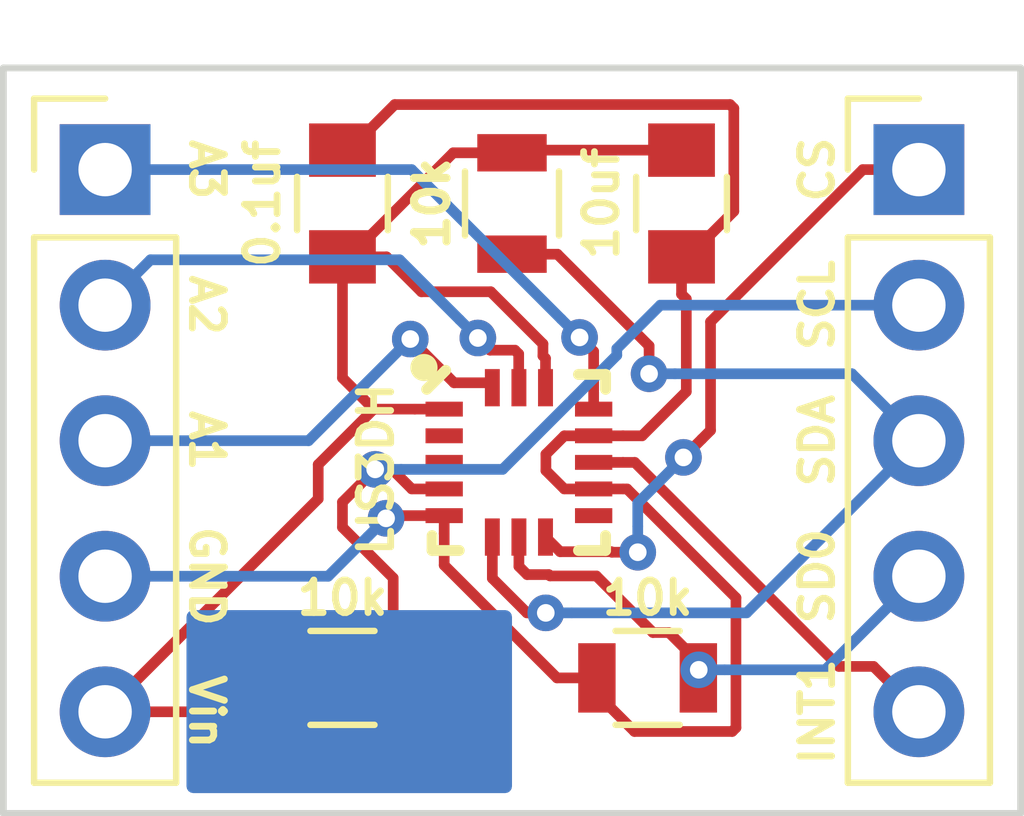
<source format=kicad_pcb>
(kicad_pcb (version 4) (host pcbnew 4.0.6)

  (general
    (links 0)
    (no_connects 23)
    (area 137.731499 104.711499 156.908501 118.808501)
    (thickness 1.6002)
    (drawings 15)
    (tracks 142)
    (zones 0)
    (modules 9)
    (nets 12)
  )

  (page A4)
  (layers
    (0 F.Cu signal)
    (31 B.Cu signal)
    (34 B.Paste user)
    (35 F.Paste user)
    (36 B.SilkS user)
    (37 F.SilkS user)
    (38 B.Mask user)
    (39 F.Mask user)
    (44 Edge.Cuts user)
  )

  (setup
    (last_trace_width 0.2)
    (user_trace_width 0.1524)
    (user_trace_width 0.2)
    (user_trace_width 0.25)
    (user_trace_width 0.3)
    (user_trace_width 0.4)
    (user_trace_width 0.5)
    (user_trace_width 0.6)
    (user_trace_width 0.8)
    (trace_clearance 0.254)
    (zone_clearance 0.1524)
    (zone_45_only no)
    (trace_min 0.1524)
    (segment_width 0.127)
    (edge_width 0.127)
    (via_size 0.6858)
    (via_drill 0.3302)
    (via_min_size 0.6858)
    (via_min_drill 0.3302)
    (uvia_size 0.508)
    (uvia_drill 0.127)
    (uvias_allowed no)
    (uvia_min_size 0.508)
    (uvia_min_drill 0.127)
    (pcb_text_width 0.127)
    (pcb_text_size 0.6 0.6)
    (mod_edge_width 0.127)
    (mod_text_size 0.6 0.6)
    (mod_text_width 0.127)
    (pad_size 1.524 1.524)
    (pad_drill 0.762)
    (pad_to_mask_clearance 0.05)
    (pad_to_paste_clearance -0.04)
    (aux_axis_origin 0 0)
    (visible_elements 7FFFFFFF)
    (pcbplotparams
      (layerselection 0x3ffff_80000001)
      (usegerberextensions true)
      (usegerberattributes true)
      (excludeedgelayer true)
      (linewidth 0.127000)
      (plotframeref false)
      (viasonmask false)
      (mode 1)
      (useauxorigin false)
      (hpglpennumber 1)
      (hpglpenspeed 20)
      (hpglpendiameter 15)
      (hpglpenoverlay 2)
      (psnegative false)
      (psa4output false)
      (plotreference true)
      (plotvalue true)
      (plotinvisibletext false)
      (padsonsilk false)
      (subtractmaskfromsilk false)
      (outputformat 1)
      (mirror false)
      (drillshape 0)
      (scaleselection 1)
      (outputdirectory CAM/))
  )

  (net 0 "")
  (net 1 "Net-(C1-Pad1)")
  (net 2 "Net-(C1-Pad2)")
  (net 3 "Net-(J1-Pad1)")
  (net 4 "Net-(J1-Pad2)")
  (net 5 "Net-(J1-Pad3)")
  (net 6 "Net-(J1-Pad4)")
  (net 7 "Net-(J1-Pad5)")
  (net 8 "Net-(J2-Pad1)")
  (net 9 "Net-(J2-Pad2)")
  (net 10 "Net-(J2-Pad3)")
  (net 11 "Net-(U1-Pad9)")

  (net_class Default "Imperial - this is the standard class"
    (clearance 0.254)
    (trace_width 0.254)
    (via_dia 0.6858)
    (via_drill 0.3302)
    (uvia_dia 0.508)
    (uvia_drill 0.127)
    (add_net "Net-(C1-Pad1)")
    (add_net "Net-(C1-Pad2)")
    (add_net "Net-(J1-Pad1)")
    (add_net "Net-(J1-Pad2)")
    (add_net "Net-(J1-Pad3)")
    (add_net "Net-(J1-Pad4)")
    (add_net "Net-(J1-Pad5)")
    (add_net "Net-(J2-Pad1)")
    (add_net "Net-(J2-Pad2)")
    (add_net "Net-(J2-Pad3)")
    (add_net "Net-(U1-Pad9)")
  )

  (net_class 0.2mm ""
    (clearance 0.2)
    (trace_width 0.2)
    (via_dia 0.6858)
    (via_drill 0.3302)
    (uvia_dia 0.508)
    (uvia_drill 0.127)
  )

  (net_class Minimal ""
    (clearance 0.1524)
    (trace_width 0.1524)
    (via_dia 0.6858)
    (via_drill 0.3302)
    (uvia_dia 0.508)
    (uvia_drill 0.127)
  )

  (module Capacitors_SMD:C_0805 (layer F.Cu) (tedit 5949EA00) (tstamp 5949D08C)
    (at 150.495 107.315 270)
    (descr "Capacitor SMD 0805, reflow soldering, AVX (see smccp.pdf)")
    (tags "capacitor 0805")
    (path /5949C4D7)
    (attr smd)
    (fp_text reference C1 (at 0 1.5 270) (layer B.SilkS) hide
      (effects (font (size 0.6096 0.6096) (thickness 0.127)) (justify mirror))
    )
    (fp_text value 10uf (at 0 1.5 270) (layer F.SilkS)
      (effects (font (size 0.6096 0.6096) (thickness 0.127)))
    )
    (fp_text user %R (at 0 -1.5 270) (layer F.Fab)
      (effects (font (size 1 1) (thickness 0.15)))
    )
    (fp_line (start -1 0.62) (end -1 -0.62) (layer F.Fab) (width 0.1))
    (fp_line (start 1 0.62) (end -1 0.62) (layer F.Fab) (width 0.1))
    (fp_line (start 1 -0.62) (end 1 0.62) (layer F.Fab) (width 0.1))
    (fp_line (start -1 -0.62) (end 1 -0.62) (layer F.Fab) (width 0.1))
    (fp_line (start 0.5 -0.85) (end -0.5 -0.85) (layer F.SilkS) (width 0.12))
    (fp_line (start -0.5 0.85) (end 0.5 0.85) (layer F.SilkS) (width 0.12))
    (fp_line (start -1.75 -0.88) (end 1.75 -0.88) (layer F.CrtYd) (width 0.05))
    (fp_line (start -1.75 -0.88) (end -1.75 0.87) (layer F.CrtYd) (width 0.05))
    (fp_line (start 1.75 0.87) (end 1.75 -0.88) (layer F.CrtYd) (width 0.05))
    (fp_line (start 1.75 0.87) (end -1.75 0.87) (layer F.CrtYd) (width 0.05))
    (pad 1 smd rect (at -1 0 270) (size 1 1.25) (layers F.Cu F.Paste F.Mask)
      (net 1 "Net-(C1-Pad1)"))
    (pad 2 smd rect (at 1 0 270) (size 1 1.25) (layers F.Cu F.Paste F.Mask)
      (net 2 "Net-(C1-Pad2)"))
    (model Capacitors_SMD.3dshapes/C_0805.wrl
      (at (xyz 0 0 0))
      (scale (xyz 1 1 1))
      (rotate (xyz 0 0 0))
    )
  )

  (module Capacitors_SMD:C_0805 (layer F.Cu) (tedit 5949CCE0) (tstamp 5949D09D)
    (at 144.145 107.315 90)
    (descr "Capacitor SMD 0805, reflow soldering, AVX (see smccp.pdf)")
    (tags "capacitor 0805")
    (path /5949C484)
    (attr smd)
    (fp_text reference C2 (at 0 -1.5 90) (layer B.SilkS) hide
      (effects (font (size 0.6096 0.6096) (thickness 0.127)) (justify mirror))
    )
    (fp_text value 0.1uf (at 0 -1.5 90) (layer F.SilkS)
      (effects (font (size 0.6096 0.6096) (thickness 0.127)))
    )
    (fp_text user %R (at 0 -1.5 90) (layer F.Fab)
      (effects (font (size 1 1) (thickness 0.15)))
    )
    (fp_line (start -1 0.62) (end -1 -0.62) (layer F.Fab) (width 0.1))
    (fp_line (start 1 0.62) (end -1 0.62) (layer F.Fab) (width 0.1))
    (fp_line (start 1 -0.62) (end 1 0.62) (layer F.Fab) (width 0.1))
    (fp_line (start -1 -0.62) (end 1 -0.62) (layer F.Fab) (width 0.1))
    (fp_line (start 0.5 -0.85) (end -0.5 -0.85) (layer F.SilkS) (width 0.12))
    (fp_line (start -0.5 0.85) (end 0.5 0.85) (layer F.SilkS) (width 0.12))
    (fp_line (start -1.75 -0.88) (end 1.75 -0.88) (layer F.CrtYd) (width 0.05))
    (fp_line (start -1.75 -0.88) (end -1.75 0.87) (layer F.CrtYd) (width 0.05))
    (fp_line (start 1.75 0.87) (end 1.75 -0.88) (layer F.CrtYd) (width 0.05))
    (fp_line (start 1.75 0.87) (end -1.75 0.87) (layer F.CrtYd) (width 0.05))
    (pad 1 smd rect (at -1 0 90) (size 1 1.25) (layers F.Cu F.Paste F.Mask)
      (net 1 "Net-(C1-Pad1)"))
    (pad 2 smd rect (at 1 0 90) (size 1 1.25) (layers F.Cu F.Paste F.Mask)
      (net 2 "Net-(C1-Pad2)"))
    (model Capacitors_SMD.3dshapes/C_0805.wrl
      (at (xyz 0 0 0))
      (scale (xyz 1 1 1))
      (rotate (xyz 0 0 0))
    )
  )

  (module Pin_Headers:Pin_Header_Straight_1x05_Pitch2.54mm (layer F.Cu) (tedit 5949CFCE) (tstamp 5949D0B5)
    (at 154.94 106.68)
    (descr "Through hole straight pin header, 1x05, 2.54mm pitch, single row")
    (tags "Through hole pin header THT 1x05 2.54mm single row")
    (path /5949C011)
    (fp_text reference J1 (at 0 -2.33) (layer F.SilkS) hide
      (effects (font (size 1 1) (thickness 0.15)))
    )
    (fp_text value IO (at 0 12.49) (layer F.Fab)
      (effects (font (size 1 1) (thickness 0.15)))
    )
    (fp_line (start -1.27 -1.27) (end -1.27 11.43) (layer F.Fab) (width 0.1))
    (fp_line (start -1.27 11.43) (end 1.27 11.43) (layer F.Fab) (width 0.1))
    (fp_line (start 1.27 11.43) (end 1.27 -1.27) (layer F.Fab) (width 0.1))
    (fp_line (start 1.27 -1.27) (end -1.27 -1.27) (layer F.Fab) (width 0.1))
    (fp_line (start -1.33 1.27) (end -1.33 11.49) (layer F.SilkS) (width 0.12))
    (fp_line (start -1.33 11.49) (end 1.33 11.49) (layer F.SilkS) (width 0.12))
    (fp_line (start 1.33 11.49) (end 1.33 1.27) (layer F.SilkS) (width 0.12))
    (fp_line (start 1.33 1.27) (end -1.33 1.27) (layer F.SilkS) (width 0.12))
    (fp_line (start -1.33 0) (end -1.33 -1.33) (layer F.SilkS) (width 0.12))
    (fp_line (start -1.33 -1.33) (end 0 -1.33) (layer F.SilkS) (width 0.12))
    (fp_line (start -1.8 -1.8) (end -1.8 11.95) (layer F.CrtYd) (width 0.05))
    (fp_line (start -1.8 11.95) (end 1.8 11.95) (layer F.CrtYd) (width 0.05))
    (fp_line (start 1.8 11.95) (end 1.8 -1.8) (layer F.CrtYd) (width 0.05))
    (fp_line (start 1.8 -1.8) (end -1.8 -1.8) (layer F.CrtYd) (width 0.05))
    (fp_text user %R (at 0 -2.33) (layer F.Fab)
      (effects (font (size 1 1) (thickness 0.15)))
    )
    (pad 1 thru_hole rect (at 0 0) (size 1.7 1.7) (drill 1) (layers *.Cu *.Mask)
      (net 3 "Net-(J1-Pad1)"))
    (pad 2 thru_hole oval (at 0 2.54) (size 1.7 1.7) (drill 1) (layers *.Cu *.Mask)
      (net 4 "Net-(J1-Pad2)"))
    (pad 3 thru_hole oval (at 0 5.08) (size 1.7 1.7) (drill 1) (layers *.Cu *.Mask)
      (net 5 "Net-(J1-Pad3)"))
    (pad 4 thru_hole oval (at 0 7.62) (size 1.7 1.7) (drill 1) (layers *.Cu *.Mask)
      (net 6 "Net-(J1-Pad4)"))
    (pad 5 thru_hole oval (at 0 10.16) (size 1.7 1.7) (drill 1) (layers *.Cu *.Mask)
      (net 7 "Net-(J1-Pad5)"))
    (model ${KISYS3DMOD}/Pin_Headers.3dshapes/Pin_Header_Straight_1x05_Pitch2.54mm.wrl
      (at (xyz 0 -0.2 0))
      (scale (xyz 1 1 1))
      (rotate (xyz 0 0 90))
    )
  )

  (module Pin_Headers:Pin_Header_Straight_1x05_Pitch2.54mm (layer F.Cu) (tedit 5949CFC5) (tstamp 5949D0CD)
    (at 139.7 106.68)
    (descr "Through hole straight pin header, 1x05, 2.54mm pitch, single row")
    (tags "Through hole pin header THT 1x05 2.54mm single row")
    (path /5949BF98)
    (fp_text reference J2 (at 0 -2.33) (layer F.SilkS) hide
      (effects (font (size 1 1) (thickness 0.15)))
    )
    (fp_text value ADC (at 0 12.49) (layer F.Fab)
      (effects (font (size 1 1) (thickness 0.15)))
    )
    (fp_line (start -1.27 -1.27) (end -1.27 11.43) (layer F.Fab) (width 0.1))
    (fp_line (start -1.27 11.43) (end 1.27 11.43) (layer F.Fab) (width 0.1))
    (fp_line (start 1.27 11.43) (end 1.27 -1.27) (layer F.Fab) (width 0.1))
    (fp_line (start 1.27 -1.27) (end -1.27 -1.27) (layer F.Fab) (width 0.1))
    (fp_line (start -1.33 1.27) (end -1.33 11.49) (layer F.SilkS) (width 0.12))
    (fp_line (start -1.33 11.49) (end 1.33 11.49) (layer F.SilkS) (width 0.12))
    (fp_line (start 1.33 11.49) (end 1.33 1.27) (layer F.SilkS) (width 0.12))
    (fp_line (start 1.33 1.27) (end -1.33 1.27) (layer F.SilkS) (width 0.12))
    (fp_line (start -1.33 0) (end -1.33 -1.33) (layer F.SilkS) (width 0.12))
    (fp_line (start -1.33 -1.33) (end 0 -1.33) (layer F.SilkS) (width 0.12))
    (fp_line (start -1.8 -1.8) (end -1.8 11.95) (layer F.CrtYd) (width 0.05))
    (fp_line (start -1.8 11.95) (end 1.8 11.95) (layer F.CrtYd) (width 0.05))
    (fp_line (start 1.8 11.95) (end 1.8 -1.8) (layer F.CrtYd) (width 0.05))
    (fp_line (start 1.8 -1.8) (end -1.8 -1.8) (layer F.CrtYd) (width 0.05))
    (fp_text user %R (at 0 -2.33) (layer F.Fab)
      (effects (font (size 1 1) (thickness 0.15)))
    )
    (pad 1 thru_hole rect (at 0 0) (size 1.7 1.7) (drill 1) (layers *.Cu *.Mask)
      (net 8 "Net-(J2-Pad1)"))
    (pad 2 thru_hole oval (at 0 2.54) (size 1.7 1.7) (drill 1) (layers *.Cu *.Mask)
      (net 9 "Net-(J2-Pad2)"))
    (pad 3 thru_hole oval (at 0 5.08) (size 1.7 1.7) (drill 1) (layers *.Cu *.Mask)
      (net 10 "Net-(J2-Pad3)"))
    (pad 4 thru_hole oval (at 0 7.62) (size 1.7 1.7) (drill 1) (layers *.Cu *.Mask)
      (net 2 "Net-(C1-Pad2)"))
    (pad 5 thru_hole oval (at 0 10.16) (size 1.7 1.7) (drill 1) (layers *.Cu *.Mask)
      (net 1 "Net-(C1-Pad1)"))
    (model ${KISYS3DMOD}/Pin_Headers.3dshapes/Pin_Header_Straight_1x05_Pitch2.54mm.wrl
      (at (xyz 0 -0.2 0))
      (scale (xyz 1 1 1))
      (rotate (xyz 0 0 90))
    )
  )

  (module Resistors_SMD:R_0805 (layer F.Cu) (tedit 5949E5C8) (tstamp 5949D0DE)
    (at 147.32 107.315 90)
    (descr "Resistor SMD 0805, reflow soldering, Vishay (see dcrcw.pdf)")
    (tags "resistor 0805")
    (path /5949C2B2)
    (attr smd)
    (fp_text reference R1 (at -2.54 0 90) (layer B.SilkS) hide
      (effects (font (size 0.6096 0.6096) (thickness 0.127)) (justify mirror))
    )
    (fp_text value 10k (at 0 -1.5 90) (layer F.SilkS)
      (effects (font (size 0.6096 0.6096) (thickness 0.15)))
    )
    (fp_text user %R (at 0 0 90) (layer F.Fab)
      (effects (font (size 0.5 0.5) (thickness 0.075)))
    )
    (fp_line (start -1 0.62) (end -1 -0.62) (layer F.Fab) (width 0.1))
    (fp_line (start 1 0.62) (end -1 0.62) (layer F.Fab) (width 0.1))
    (fp_line (start 1 -0.62) (end 1 0.62) (layer F.Fab) (width 0.1))
    (fp_line (start -1 -0.62) (end 1 -0.62) (layer F.Fab) (width 0.1))
    (fp_line (start 0.6 0.88) (end -0.6 0.88) (layer F.SilkS) (width 0.12))
    (fp_line (start -0.6 -0.88) (end 0.6 -0.88) (layer F.SilkS) (width 0.12))
    (fp_line (start -1.55 -0.9) (end 1.55 -0.9) (layer F.CrtYd) (width 0.05))
    (fp_line (start -1.55 -0.9) (end -1.55 0.9) (layer F.CrtYd) (width 0.05))
    (fp_line (start 1.55 0.9) (end 1.55 -0.9) (layer F.CrtYd) (width 0.05))
    (fp_line (start 1.55 0.9) (end -1.55 0.9) (layer F.CrtYd) (width 0.05))
    (pad 1 smd rect (at -0.95 0 90) (size 0.7 1.3) (layers F.Cu F.Paste F.Mask)
      (net 5 "Net-(J1-Pad3)"))
    (pad 2 smd rect (at 0.95 0 90) (size 0.7 1.3) (layers F.Cu F.Paste F.Mask)
      (net 1 "Net-(C1-Pad1)"))
    (model ${KISYS3DMOD}/Resistors_SMD.3dshapes/R_0805.wrl
      (at (xyz 0 0 0))
      (scale (xyz 1 1 1))
      (rotate (xyz 0 0 0))
    )
  )

  (module Resistors_SMD:R_0805 (layer F.Cu) (tedit 5949CBFD) (tstamp 5949D0EF)
    (at 144.145 116.205 180)
    (descr "Resistor SMD 0805, reflow soldering, Vishay (see dcrcw.pdf)")
    (tags "resistor 0805")
    (path /5949C2ED)
    (attr smd)
    (fp_text reference R2 (at 0 -1.27 180) (layer F.SilkS) hide
      (effects (font (size 0.6096 0.6096) (thickness 0.127)))
    )
    (fp_text value 10k (at 0 1.5 180) (layer F.SilkS)
      (effects (font (size 0.6096 0.6096) (thickness 0.127)))
    )
    (fp_text user %R (at 0 0 180) (layer F.Fab)
      (effects (font (size 0.5 0.5) (thickness 0.075)))
    )
    (fp_line (start -1 0.62) (end -1 -0.62) (layer F.Fab) (width 0.1))
    (fp_line (start 1 0.62) (end -1 0.62) (layer F.Fab) (width 0.1))
    (fp_line (start 1 -0.62) (end 1 0.62) (layer F.Fab) (width 0.1))
    (fp_line (start -1 -0.62) (end 1 -0.62) (layer F.Fab) (width 0.1))
    (fp_line (start 0.6 0.88) (end -0.6 0.88) (layer F.SilkS) (width 0.12))
    (fp_line (start -0.6 -0.88) (end 0.6 -0.88) (layer F.SilkS) (width 0.12))
    (fp_line (start -1.55 -0.9) (end 1.55 -0.9) (layer F.CrtYd) (width 0.05))
    (fp_line (start -1.55 -0.9) (end -1.55 0.9) (layer F.CrtYd) (width 0.05))
    (fp_line (start 1.55 0.9) (end 1.55 -0.9) (layer F.CrtYd) (width 0.05))
    (fp_line (start 1.55 0.9) (end -1.55 0.9) (layer F.CrtYd) (width 0.05))
    (pad 1 smd rect (at -0.95 0 180) (size 0.7 1.3) (layers F.Cu F.Paste F.Mask)
      (net 4 "Net-(J1-Pad2)"))
    (pad 2 smd rect (at 0.95 0 180) (size 0.7 1.3) (layers F.Cu F.Paste F.Mask)
      (net 1 "Net-(C1-Pad1)"))
    (model ${KISYS3DMOD}/Resistors_SMD.3dshapes/R_0805.wrl
      (at (xyz 0 0 0))
      (scale (xyz 1 1 1))
      (rotate (xyz 0 0 0))
    )
  )

  (module Resistors_SMD:R_0805 (layer F.Cu) (tedit 5949E5E4) (tstamp 5949D100)
    (at 149.86 116.205 180)
    (descr "Resistor SMD 0805, reflow soldering, Vishay (see dcrcw.pdf)")
    (tags "resistor 0805")
    (path /5949C3A0)
    (attr smd)
    (fp_text reference R3 (at 0 -1.5 180) (layer B.SilkS) hide
      (effects (font (size 0.6096 0.6096) (thickness 0.127)) (justify mirror))
    )
    (fp_text value 10k (at 0 1.5 180) (layer F.SilkS)
      (effects (font (size 0.6096 0.6096) (thickness 0.127)))
    )
    (fp_text user %R (at 0 0 180) (layer F.Fab)
      (effects (font (size 0.5 0.5) (thickness 0.075)))
    )
    (fp_line (start -1 0.62) (end -1 -0.62) (layer F.Fab) (width 0.1))
    (fp_line (start 1 0.62) (end -1 0.62) (layer F.Fab) (width 0.1))
    (fp_line (start 1 -0.62) (end 1 0.62) (layer F.Fab) (width 0.1))
    (fp_line (start -1 -0.62) (end 1 -0.62) (layer F.Fab) (width 0.1))
    (fp_line (start 0.6 0.88) (end -0.6 0.88) (layer F.SilkS) (width 0.12))
    (fp_line (start -0.6 -0.88) (end 0.6 -0.88) (layer F.SilkS) (width 0.12))
    (fp_line (start -1.55 -0.9) (end 1.55 -0.9) (layer F.CrtYd) (width 0.05))
    (fp_line (start -1.55 -0.9) (end -1.55 0.9) (layer F.CrtYd) (width 0.05))
    (fp_line (start 1.55 0.9) (end 1.55 -0.9) (layer F.CrtYd) (width 0.05))
    (fp_line (start 1.55 0.9) (end -1.55 0.9) (layer F.CrtYd) (width 0.05))
    (pad 1 smd rect (at -0.95 0 180) (size 0.7 1.3) (layers F.Cu F.Paste F.Mask)
      (net 6 "Net-(J1-Pad4)"))
    (pad 2 smd rect (at 0.95 0 180) (size 0.7 1.3) (layers F.Cu F.Paste F.Mask)
      (net 2 "Net-(C1-Pad2)"))
    (model ${KISYS3DMOD}/Resistors_SMD.3dshapes/R_0805.wrl
      (at (xyz 0 0 0))
      (scale (xyz 1 1 1))
      (rotate (xyz 0 0 0))
    )
  )

  (module nixiemisc:nixiemisc-LGA-16-3X3 (layer F.Cu) (tedit 5949E5FB) (tstamp 5949D120)
    (at 147.44954 112.1664)
    (descr "16-PIN LAND GRID ARRAY (LGA) (3 X 3 MM)")
    (tags "16-PIN LAND GRID ARRAY (LGA) (3 X 3 MM)")
    (path /5949BE96)
    (attr smd)
    (fp_text reference U1 (at 1.524 -2.20726) (layer B.SilkS) hide
      (effects (font (size 0.6096 0.6096) (thickness 0.127)) (justify mirror))
    )
    (fp_text value LIS3DH (at -2.67716 0.12954 90) (layer F.SilkS)
      (effects (font (size 0.6096 0.6096) (thickness 0.127)))
    )
    (fp_line (start -1.4986 1.4986) (end -1.4986 -1.4986) (layer Dwgs.User) (width 0.2032))
    (fp_line (start -1.4986 -1.4986) (end 1.4986 -1.4986) (layer Dwgs.User) (width 0.2032))
    (fp_line (start 1.4986 -1.4986) (end 1.4986 1.4986) (layer Dwgs.User) (width 0.2032))
    (fp_line (start 1.4986 1.4986) (end -1.4986 1.4986) (layer Dwgs.User) (width 0.2032))
    (fp_line (start -1.7272 -1.36906) (end -1.3716 -1.72466) (layer F.SilkS) (width 0.2032))
    (fp_line (start 1.11506 -1.64846) (end 1.62306 -1.64846) (layer F.SilkS) (width 0.2032))
    (fp_line (start 1.62306 -1.64846) (end 1.62306 -1.36906) (layer F.SilkS) (width 0.2032))
    (fp_line (start 1.62306 1.3716) (end 1.62306 1.651) (layer F.SilkS) (width 0.2032))
    (fp_line (start 1.11506 1.651) (end 1.62306 1.651) (layer F.SilkS) (width 0.2032))
    (fp_line (start -1.6256 1.651) (end -1.1176 1.651) (layer F.SilkS) (width 0.2032))
    (fp_line (start -1.6256 1.3716) (end -1.6256 1.651) (layer F.SilkS) (width 0.2032))
    (fp_circle (center -1.778 -1.778) (end -1.778 -2.032) (layer F.SilkS) (width 0))
    (pad 1 smd rect (at -1.39954 -0.99822 180) (size 0.6985 0.2794) (layers F.Cu F.Paste F.Mask)
      (net 1 "Net-(C1-Pad1)"))
    (pad 2 smd rect (at -1.39954 -0.49784) (size 0.6985 0.2794) (layers F.Cu F.Paste F.Mask))
    (pad 3 smd rect (at -1.39954 0) (size 0.6985 0.2794) (layers F.Cu F.Paste F.Mask))
    (pad 4 smd rect (at -1.39954 0.49784) (size 0.6985 0.2794) (layers F.Cu F.Paste F.Mask)
      (net 4 "Net-(J1-Pad2)"))
    (pad 5 smd rect (at -1.39954 0.99822 180) (size 0.6985 0.2794) (layers F.Cu F.Paste F.Mask)
      (net 2 "Net-(C1-Pad2)"))
    (pad 6 smd rect (at -0.49784 1.39954 90) (size 0.6985 0.2794) (layers F.Cu F.Paste F.Mask)
      (net 5 "Net-(J1-Pad3)"))
    (pad 7 smd rect (at 0 1.39954 90) (size 0.6985 0.2794) (layers F.Cu F.Paste F.Mask)
      (net 6 "Net-(J1-Pad4)"))
    (pad 8 smd rect (at 0.49784 1.39954 90) (size 0.6985 0.2794) (layers F.Cu F.Paste F.Mask)
      (net 3 "Net-(J1-Pad1)"))
    (pad 9 smd rect (at 1.39954 0.99822 180) (size 0.6985 0.2794) (layers F.Cu F.Paste F.Mask)
      (net 11 "Net-(U1-Pad9)"))
    (pad 10 smd rect (at 1.39954 0.49784 180) (size 0.6985 0.2794) (layers F.Cu F.Paste F.Mask)
      (net 2 "Net-(C1-Pad2)"))
    (pad 11 smd rect (at 1.39954 0 180) (size 0.6985 0.2794) (layers F.Cu F.Paste F.Mask)
      (net 7 "Net-(J1-Pad5)"))
    (pad 12 smd rect (at 1.39954 -0.49784 180) (size 0.6985 0.2794) (layers F.Cu F.Paste F.Mask)
      (net 2 "Net-(C1-Pad2)"))
    (pad 13 smd rect (at 1.39954 -0.99822 180) (size 0.6985 0.2794) (layers F.Cu F.Paste F.Mask)
      (net 8 "Net-(J2-Pad1)"))
    (pad 14 smd rect (at 0.49784 -1.39954 270) (size 0.6985 0.2794) (layers F.Cu F.Paste F.Mask)
      (net 1 "Net-(C1-Pad1)"))
    (pad 15 smd rect (at 0 -1.39954 270) (size 0.6985 0.2794) (layers F.Cu F.Paste F.Mask)
      (net 9 "Net-(J2-Pad2)"))
    (pad 16 smd rect (at -0.49784 -1.39954 270) (size 0.6985 0.2794) (layers F.Cu F.Paste F.Mask)
      (net 10 "Net-(J2-Pad3)"))
  )

  (module logos:mermaid_s (layer B.Cu) (tedit 0) (tstamp 594A1D7F)
    (at 146.05 116.586 180)
    (fp_text reference G*** (at 0 0 180) (layer B.SilkS) hide
      (effects (font (thickness 0.3)) (justify mirror))
    )
    (fp_text value LOGO (at 0.75 0 180) (layer B.SilkS) hide
      (effects (font (thickness 0.3)) (justify mirror))
    )
    (fp_poly (pts (xy -0.017713 1.451658) (xy -0.024346 1.431997) (xy -0.011754 1.355046) (xy 0.03905 1.314091)
      (xy 0.105869 1.288538) (xy 0.126535 1.318565) (xy 0.127 1.332011) (xy 0.104598 1.389296)
      (xy 0.084667 1.397) (xy 0.044638 1.430018) (xy 0.042333 1.445895) (xy 0.067487 1.458974)
      (xy 0.125307 1.419699) (xy 0.227072 1.366399) (xy 0.347557 1.370105) (xy 0.482486 1.377804)
      (xy 0.564872 1.332497) (xy 0.611046 1.238042) (xy 0.615782 1.152348) (xy 0.574393 1.117086)
      (xy 0.531808 1.07544) (xy 0.5194 0.982706) (xy 0.523366 0.906506) (xy 0.568877 0.736147)
      (xy 0.664977 0.613893) (xy 0.798344 0.554855) (xy 0.836083 0.551742) (xy 0.910495 0.537323)
      (xy 0.931333 0.515056) (xy 0.899038 0.481277) (xy 0.814615 0.490039) (xy 0.69676 0.537488)
      (xy 0.625258 0.578178) (xy 0.526273 0.638279) (xy 0.461937 0.673499) (xy 0.451463 0.677333)
      (xy 0.439765 0.638836) (xy 0.424637 0.538138) (xy 0.410045 0.403924) (xy 0.356903 0.117746)
      (xy 0.250444 -0.116037) (xy 0.081391 -0.310442) (xy -0.159533 -0.478488) (xy -0.255351 -0.529851)
      (xy -0.422242 -0.625379) (xy -0.53845 -0.714606) (xy -0.590953 -0.787135) (xy -0.592667 -0.79921)
      (xy -0.557691 -0.834062) (xy -0.470201 -0.883553) (xy -0.433231 -0.900715) (xy -0.285295 -1.000196)
      (xy -0.176884 -1.138658) (xy -0.127972 -1.289282) (xy -0.127 -1.311901) (xy -0.127 -1.404238)
      (xy -0.318048 -1.29746) (xy -0.509095 -1.190681) (xy -0.608614 -1.386501) (xy -0.667831 -1.497888)
      (xy -0.70447 -1.542937) (xy -0.732508 -1.531679) (xy -0.756233 -1.492443) (xy -0.801189 -1.322455)
      (xy -0.779159 -1.11728) (xy -0.691714 -0.891413) (xy -0.690891 -0.889825) (xy -0.624307 -0.771369)
      (xy -0.553868 -0.676296) (xy -0.461612 -0.586553) (xy -0.329574 -0.484086) (xy -0.187075 -0.38348)
      (xy -0.010531 -0.215809) (xy 0.093572 -0.005965) (xy 0.127 0.244106) (xy 0.147626 0.431046)
      (xy 0.211667 0.561885) (xy 0.27146 0.661422) (xy 0.295392 0.747511) (xy 0.287771 0.792184)
      (xy 0.25723 0.774061) (xy 0.214988 0.722112) (xy 0.148981 0.610429) (xy 0.092273 0.47351)
      (xy 0.086864 0.456307) (xy 0.048782 0.360059) (xy 0.012238 0.315305) (xy 0.002523 0.315941)
      (xy -0.004373 0.365518) (xy 0.022844 0.466877) (xy 0.075226 0.598904) (xy 0.143826 0.740481)
      (xy 0.219694 0.870495) (xy 0.263951 0.932856) (xy 0.328187 1.03533) (xy 0.332943 1.090236)
      (xy 0.285688 1.088034) (xy 0.195329 1.020537) (xy 0.100291 0.955919) (xy 0.016321 0.931333)
      (xy -0.077816 0.908623) (xy -0.1156 0.883467) (xy -0.150601 0.864113) (xy -0.151589 0.915217)
      (xy -0.105474 0.981578) (xy -0.038106 0.994833) (xy 0.045887 1.014989) (xy 0.064791 1.060275)
      (xy 0.023333 1.107921) (xy -0.067106 1.134579) (xy -0.196054 1.121789) (xy -0.270849 1.06286)
      (xy -0.279645 0.971473) (xy -0.255235 0.917313) (xy -0.219819 0.855796) (xy -0.23329 0.855642)
      (xy -0.262749 0.878939) (xy -0.32591 0.909439) (xy -0.380567 0.868356) (xy -0.466824 0.813624)
      (xy -0.557726 0.827672) (xy -0.633585 0.898184) (xy -0.671508 1.003913) (xy -0.628232 1.003913)
      (xy -0.615601 0.940942) (xy -0.596019 0.914206) (xy -0.511899 0.852477) (xy -0.433623 0.874539)
      (xy -0.363645 0.979584) (xy -0.358079 0.992503) (xy -0.297796 1.102104) (xy -0.230636 1.177985)
      (xy -0.222656 1.183388) (xy -0.193146 1.210011) (xy -0.228887 1.220398) (xy -0.337319 1.217468)
      (xy -0.467018 1.200058) (xy -0.544359 1.156793) (xy -0.589271 1.094123) (xy -0.628232 1.003913)
      (xy -0.671508 1.003913) (xy -0.674712 1.012845) (xy -0.677333 1.053978) (xy -0.638765 1.192271)
      (xy -0.533765 1.298485) (xy -0.378387 1.359624) (xy -0.287889 1.369209) (xy -0.149659 1.387645)
      (xy -0.059705 1.430579) (xy -0.052813 1.437922) (xy -0.014628 1.479642) (xy -0.017713 1.451658)) (layer B.Mask) (width 0.01))
    (fp_poly (pts (xy 0.211667 1.4605) (xy 0.1905 1.439333) (xy 0.169333 1.4605) (xy 0.1905 1.481667)
      (xy 0.211667 1.4605)) (layer B.Mask) (width 0.01))
    (fp_poly (pts (xy -0.395552 0.990065) (xy -0.402167 0.973667) (xy -0.440208 0.933282) (xy -0.446999 0.931333)
      (xy -0.465181 0.964086) (xy -0.465667 0.973667) (xy -0.433123 1.014373) (xy -0.420835 1.016)
      (xy -0.395552 0.990065)) (layer B.Mask) (width 0.01))
  )

  (gr_text nixies.us (at 143.637 116.459) (layer B.Mask)
    (effects (font (size 0.6 0.6) (thickness 0.127)) (justify mirror))
  )
  (gr_line (start 137.795 104.775) (end 137.795 118.745) (layer Edge.Cuts) (width 0.127))
  (gr_line (start 156.845 104.775) (end 137.795 104.775) (layer Edge.Cuts) (width 0.127))
  (gr_line (start 156.845 118.745) (end 156.845 104.775) (layer Edge.Cuts) (width 0.127))
  (gr_line (start 137.795 118.745) (end 156.845 118.745) (layer Edge.Cuts) (width 0.127))
  (gr_text Vin (at 141.605 116.84 270) (layer F.SilkS)
    (effects (font (size 0.6 0.6) (thickness 0.127)))
  )
  (gr_text GND (at 141.605 114.3 270) (layer F.SilkS)
    (effects (font (size 0.6 0.6) (thickness 0.127)))
  )
  (gr_text A3 (at 141.605 106.68 270) (layer F.SilkS)
    (effects (font (size 0.6 0.6) (thickness 0.127)))
  )
  (gr_text A2 (at 141.605 109.22 270) (layer F.SilkS)
    (effects (font (size 0.6 0.6) (thickness 0.127)))
  )
  (gr_text A1 (at 141.605 111.76 270) (layer F.SilkS)
    (effects (font (size 0.6 0.6) (thickness 0.127)))
  )
  (gr_text INT1 (at 153.035 116.84 90) (layer F.SilkS)
    (effects (font (size 0.6 0.6) (thickness 0.127)))
  )
  (gr_text SD0 (at 153.035 114.3 90) (layer F.SilkS)
    (effects (font (size 0.6 0.6) (thickness 0.127)))
  )
  (gr_text SDA (at 153.035 111.76 90) (layer F.SilkS)
    (effects (font (size 0.6 0.6) (thickness 0.127)))
  )
  (gr_text SCL (at 153.035 109.22 90) (layer F.SilkS)
    (effects (font (size 0.6 0.6) (thickness 0.127)))
  )
  (gr_text CS (at 153.035 106.68 90) (layer F.SilkS)
    (effects (font (size 0.6 0.6) (thickness 0.127)))
  )

  (segment (start 147.94738 110.76686) (end 147.94738 110.21761) (width 0.2) (layer F.Cu) (net 1))
  (segment (start 147.94738 110.21761) (end 147.899412 110.169642) (width 0.2) (layer F.Cu) (net 1))
  (segment (start 147.899412 110.169642) (end 147.899412 109.946352) (width 0.2) (layer F.Cu) (net 1))
  (segment (start 147.899412 109.946352) (end 146.922061 108.969001) (width 0.2) (layer F.Cu) (net 1))
  (segment (start 145.624001 108.969001) (end 144.97 108.315) (width 0.2) (layer F.Cu) (net 1))
  (segment (start 144.97 108.315) (end 144.145 108.315) (width 0.2) (layer F.Cu) (net 1))
  (segment (start 146.922061 108.969001) (end 145.624001 108.969001) (width 0.2) (layer F.Cu) (net 1))
  (segment (start 144.145 108.315) (end 144.145 110.583428) (width 0.2) (layer F.Cu) (net 1))
  (segment (start 144.145 110.583428) (end 144.729752 111.16818) (width 0.2) (layer F.Cu) (net 1))
  (segment (start 145.50075 111.16818) (end 146.05 111.16818) (width 0.2) (layer F.Cu) (net 1))
  (segment (start 144.729752 111.16818) (end 145.50075 111.16818) (width 0.2) (layer F.Cu) (net 1))
  (segment (start 143.690989 112.206943) (end 144.729752 111.16818) (width 0.2) (layer F.Cu) (net 1))
  (segment (start 143.690989 112.849011) (end 143.690989 112.206943) (width 0.2) (layer F.Cu) (net 1))
  (segment (start 139.7 116.84) (end 143.690989 112.849011) (width 0.2) (layer F.Cu) (net 1))
  (segment (start 139.7 116.84) (end 142.56 116.84) (width 0.2) (layer F.Cu) (net 1))
  (segment (start 142.56 116.84) (end 143.195 116.205) (width 0.2) (layer F.Cu) (net 1))
  (segment (start 144.145 108.315) (end 144.27 108.315) (width 0.2) (layer F.Cu) (net 1))
  (segment (start 144.27 108.315) (end 146.22 106.365) (width 0.2) (layer F.Cu) (net 1))
  (segment (start 146.22 106.365) (end 147.32 106.365) (width 0.2) (layer F.Cu) (net 1))
  (segment (start 150.495 106.315) (end 147.37 106.315) (width 0.2) (layer F.Cu) (net 1))
  (segment (start 147.37 106.315) (end 147.32 106.365) (width 0.2) (layer F.Cu) (net 1))
  (segment (start 149.614001 117.209001) (end 151.443201 117.209001) (width 0.2) (layer F.Cu) (net 2))
  (segment (start 148.91 116.505) (end 149.614001 117.209001) (width 0.2) (layer F.Cu) (net 2))
  (segment (start 148.91 116.205) (end 148.91 116.505) (width 0.2) (layer F.Cu) (net 2))
  (segment (start 151.443201 117.209001) (end 151.514001 117.138201) (width 0.2) (layer F.Cu) (net 2))
  (segment (start 151.514001 117.138201) (end 151.514001 114.703389) (width 0.2) (layer F.Cu) (net 2))
  (segment (start 151.514001 114.703389) (end 149.474852 112.66424) (width 0.2) (layer F.Cu) (net 2))
  (segment (start 149.474852 112.66424) (end 149.39833 112.66424) (width 0.2) (layer F.Cu) (net 2))
  (segment (start 149.39833 112.66424) (end 148.84908 112.66424) (width 0.2) (layer F.Cu) (net 2))
  (segment (start 150.495 109.015) (end 150.584226 109.104226) (width 0.2) (layer F.Cu) (net 2))
  (segment (start 149.39833 111.66856) (end 148.84908 111.66856) (width 0.2) (layer F.Cu) (net 2))
  (segment (start 149.755826 111.66856) (end 149.39833 111.66856) (width 0.2) (layer F.Cu) (net 2))
  (segment (start 150.584226 110.84016) (end 149.755826 111.66856) (width 0.2) (layer F.Cu) (net 2))
  (segment (start 150.495 108.315) (end 150.495 109.015) (width 0.2) (layer F.Cu) (net 2))
  (segment (start 150.584226 109.104226) (end 150.584226 110.84016) (width 0.2) (layer F.Cu) (net 2))
  (segment (start 147.955 112.01339) (end 147.955 112.31941) (width 0.2) (layer F.Cu) (net 2))
  (segment (start 147.955 112.31941) (end 148.29983 112.66424) (width 0.2) (layer F.Cu) (net 2))
  (segment (start 148.29983 112.66424) (end 148.84908 112.66424) (width 0.2) (layer F.Cu) (net 2))
  (segment (start 148.84908 111.66856) (end 148.29983 111.66856) (width 0.2) (layer F.Cu) (net 2))
  (segment (start 148.29983 111.66856) (end 147.955 112.01339) (width 0.2) (layer F.Cu) (net 2))
  (segment (start 139.7 114.3) (end 143.876723 114.3) (width 0.2) (layer B.Cu) (net 2))
  (segment (start 145.012103 113.16462) (end 144.962161 113.214562) (width 0.2) (layer F.Cu) (net 2))
  (segment (start 146.05 113.16462) (end 145.012103 113.16462) (width 0.2) (layer F.Cu) (net 2))
  (segment (start 143.876723 114.3) (end 144.619262 113.557461) (width 0.2) (layer B.Cu) (net 2))
  (segment (start 144.619262 113.557461) (end 144.962161 113.214562) (width 0.2) (layer B.Cu) (net 2))
  (via (at 144.962161 113.214562) (size 0.6858) (drill 0.3302) (layers F.Cu B.Cu) (net 2))
  (segment (start 144.145 106.315) (end 144.27 106.315) (width 0.2) (layer F.Cu) (net 2))
  (segment (start 144.27 106.315) (end 145.124001 105.460999) (width 0.2) (layer F.Cu) (net 2))
  (segment (start 145.124001 105.460999) (end 151.403201 105.460999) (width 0.2) (layer F.Cu) (net 2))
  (segment (start 151.403201 105.460999) (end 151.474001 105.531799) (width 0.2) (layer F.Cu) (net 2))
  (segment (start 151.474001 105.531799) (end 151.474001 107.460999) (width 0.2) (layer F.Cu) (net 2))
  (segment (start 151.474001 107.460999) (end 150.62 108.315) (width 0.2) (layer F.Cu) (net 2))
  (segment (start 150.62 108.315) (end 150.495 108.315) (width 0.2) (layer F.Cu) (net 2))
  (segment (start 146.05 113.50432) (end 146.05 113.16462) (width 0.2) (layer F.Cu) (net 2))
  (segment (start 146.05 114.092515) (end 146.05 113.50432) (width 0.2) (layer F.Cu) (net 2))
  (segment (start 148.162485 116.205) (end 146.05 114.092515) (width 0.2) (layer F.Cu) (net 2))
  (segment (start 148.91 116.205) (end 148.162485 116.205) (width 0.2) (layer F.Cu) (net 2))
  (segment (start 148.22173 113.84029) (end 149.180389 113.84029) (width 0.2) (layer F.Cu) (net 3))
  (segment (start 149.675016 113.365051) (end 149.675016 113.849984) (width 0.2) (layer B.Cu) (net 3))
  (segment (start 149.675016 112.929078) (end 149.675016 113.365051) (width 0.2) (layer B.Cu) (net 3))
  (segment (start 150.53077 112.073324) (end 149.675016 112.929078) (width 0.2) (layer B.Cu) (net 3))
  (segment (start 149.190083 113.849984) (end 149.675016 113.849984) (width 0.2) (layer F.Cu) (net 3))
  (segment (start 153.89 106.68) (end 151.038237 109.531763) (width 0.2) (layer F.Cu) (net 3))
  (segment (start 149.180389 113.84029) (end 149.190083 113.849984) (width 0.2) (layer F.Cu) (net 3))
  (segment (start 154.94 106.68) (end 153.89 106.68) (width 0.2) (layer F.Cu) (net 3))
  (segment (start 147.94738 113.56594) (end 148.22173 113.84029) (width 0.2) (layer F.Cu) (net 3))
  (via (at 150.53077 112.073324) (size 0.6858) (drill 0.3302) (layers F.Cu B.Cu) (net 3))
  (via (at 149.675016 113.849984) (size 0.6858) (drill 0.3302) (layers F.Cu B.Cu) (net 3))
  (segment (start 150.873669 111.730425) (end 150.53077 112.073324) (width 0.2) (layer F.Cu) (net 3))
  (segment (start 151.038237 109.531763) (end 151.038237 111.565857) (width 0.2) (layer F.Cu) (net 3))
  (segment (start 151.038237 111.565857) (end 150.873669 111.730425) (width 0.2) (layer F.Cu) (net 3))
  (segment (start 149.282546 110.036038) (end 149.282546 110.15934) (width 0.2) (layer B.Cu) (net 4))
  (segment (start 150.098584 109.22) (end 149.282546 110.036038) (width 0.2) (layer B.Cu) (net 4))
  (segment (start 147.144747 112.297139) (end 145.243182 112.297139) (width 0.2) (layer B.Cu) (net 4))
  (segment (start 154.94 109.22) (end 150.098584 109.22) (width 0.2) (layer B.Cu) (net 4))
  (segment (start 145.243182 112.297139) (end 144.758249 112.297139) (width 0.2) (layer B.Cu) (net 4))
  (segment (start 149.282546 110.15934) (end 147.144747 112.297139) (width 0.2) (layer B.Cu) (net 4))
  (segment (start 144.145 113.382981) (end 144.145 112.910388) (width 0.2) (layer F.Cu) (net 4))
  (segment (start 144.145 112.910388) (end 144.758249 112.297139) (width 0.2) (layer F.Cu) (net 4))
  (segment (start 145.095 116.205) (end 145.095 114.332981) (width 0.2) (layer F.Cu) (net 4))
  (segment (start 145.443255 112.66424) (end 145.076154 112.297139) (width 0.2) (layer F.Cu) (net 4))
  (segment (start 146.05 112.66424) (end 145.443255 112.66424) (width 0.2) (layer F.Cu) (net 4))
  (segment (start 145.076154 112.297139) (end 144.758249 112.297139) (width 0.2) (layer F.Cu) (net 4))
  (via (at 144.758249 112.297139) (size 0.6858) (drill 0.3302) (layers F.Cu B.Cu) (net 4))
  (segment (start 145.095 114.332981) (end 144.145 113.382981) (width 0.2) (layer F.Cu) (net 4))
  (segment (start 151.713519 114.986481) (end 148.437547 114.986481) (width 0.2) (layer B.Cu) (net 5))
  (via (at 147.952614 114.986481) (size 0.6858) (drill 0.3302) (layers F.Cu B.Cu) (net 5))
  (segment (start 150.372257 110.505646) (end 149.887324 110.505646) (width 0.2) (layer B.Cu) (net 5))
  (segment (start 148.437547 114.986481) (end 147.952614 114.986481) (width 0.2) (layer B.Cu) (net 5))
  (segment (start 154.94 111.76) (end 153.685646 110.505646) (width 0.2) (layer B.Cu) (net 5))
  (segment (start 153.685646 110.505646) (end 150.372257 110.505646) (width 0.2) (layer B.Cu) (net 5))
  (segment (start 146.9517 113.56594) (end 146.9517 114.33848) (width 0.2) (layer F.Cu) (net 5))
  (segment (start 154.94 111.76) (end 151.713519 114.986481) (width 0.2) (layer B.Cu) (net 5))
  (segment (start 147.599701 114.986481) (end 147.952614 114.986481) (width 0.2) (layer F.Cu) (net 5))
  (segment (start 146.9517 114.33848) (end 147.599701 114.986481) (width 0.2) (layer F.Cu) (net 5))
  (segment (start 149.887324 109.982324) (end 149.887324 110.020713) (width 0.2) (layer F.Cu) (net 5))
  (segment (start 149.887324 110.020713) (end 149.887324 110.505646) (width 0.2) (layer F.Cu) (net 5))
  (segment (start 148.17 108.265) (end 149.887324 109.982324) (width 0.2) (layer F.Cu) (net 5))
  (segment (start 147.32 108.265) (end 148.17 108.265) (width 0.2) (layer F.Cu) (net 5))
  (via (at 149.887324 110.505646) (size 0.6858) (drill 0.3302) (layers F.Cu B.Cu) (net 5))
  (via (at 150.817091 116.053311) (size 0.6858) (drill 0.3302) (layers F.Cu B.Cu) (net 6))
  (segment (start 150.81 116.205) (end 150.817091 116.197909) (width 0.2) (layer F.Cu) (net 6))
  (segment (start 151.302024 116.053311) (end 150.817091 116.053311) (width 0.2) (layer B.Cu) (net 6))
  (segment (start 150.81 115.905) (end 150.26 115.355) (width 0.2) (layer F.Cu) (net 6))
  (segment (start 153.186689 116.053311) (end 151.302024 116.053311) (width 0.2) (layer B.Cu) (net 6))
  (segment (start 154.94 114.3) (end 153.186689 116.053311) (width 0.2) (layer B.Cu) (net 6))
  (segment (start 150.817091 116.197909) (end 150.817091 116.053311) (width 0.2) (layer F.Cu) (net 6))
  (segment (start 147.44954 114.11519) (end 147.44954 113.56594) (width 0.2) (layer F.Cu) (net 6))
  (segment (start 147.603541 114.269191) (end 147.44954 114.11519) (width 0.2) (layer F.Cu) (net 6))
  (segment (start 149.96 115.355) (end 148.899301 114.294301) (width 0.2) (layer F.Cu) (net 6))
  (segment (start 148.033673 114.294301) (end 148.008563 114.269191) (width 0.2) (layer F.Cu) (net 6))
  (segment (start 148.008563 114.269191) (end 147.603541 114.269191) (width 0.2) (layer F.Cu) (net 6))
  (segment (start 150.81 116.205) (end 150.81 115.905) (width 0.2) (layer F.Cu) (net 6))
  (segment (start 148.899301 114.294301) (end 148.033673 114.294301) (width 0.2) (layer F.Cu) (net 6))
  (segment (start 150.26 115.355) (end 149.96 115.355) (width 0.2) (layer F.Cu) (net 6))
  (segment (start 149.61908 112.1664) (end 149.39833 112.1664) (width 0.2) (layer F.Cu) (net 7))
  (segment (start 154.090001 115.990001) (end 153.442681 115.990001) (width 0.2) (layer F.Cu) (net 7))
  (segment (start 154.94 116.84) (end 154.090001 115.990001) (width 0.2) (layer F.Cu) (net 7))
  (segment (start 153.442681 115.990001) (end 149.61908 112.1664) (width 0.2) (layer F.Cu) (net 7))
  (segment (start 149.39833 112.1664) (end 148.84908 112.1664) (width 0.2) (layer F.Cu) (net 7))
  (segment (start 148.84908 111.16818) (end 148.84908 110.088262) (width 0.2) (layer F.Cu) (net 8))
  (segment (start 145.440818 106.68) (end 148.242746 109.481928) (width 0.2) (layer B.Cu) (net 8))
  (segment (start 148.242746 109.481928) (end 148.585645 109.824827) (width 0.2) (layer B.Cu) (net 8))
  (segment (start 139.7 106.68) (end 145.440818 106.68) (width 0.2) (layer B.Cu) (net 8))
  (segment (start 148.84908 110.088262) (end 148.585645 109.824827) (width 0.2) (layer F.Cu) (net 8))
  (via (at 148.585645 109.824827) (size 0.6858) (drill 0.3302) (layers F.Cu B.Cu) (net 8))
  (segment (start 146.337667 109.492459) (end 146.680566 109.835358) (width 0.2) (layer B.Cu) (net 9))
  (segment (start 145.215209 108.370001) (end 146.337667 109.492459) (width 0.2) (layer B.Cu) (net 9))
  (segment (start 140.549999 108.370001) (end 145.215209 108.370001) (width 0.2) (layer B.Cu) (net 9))
  (segment (start 139.7 109.22) (end 140.549999 108.370001) (width 0.2) (layer B.Cu) (net 9))
  (segment (start 146.680566 109.835358) (end 146.908817 110.063609) (width 0.2) (layer F.Cu) (net 9))
  (segment (start 146.908817 110.063609) (end 147.374601 110.063609) (width 0.2) (layer F.Cu) (net 9))
  (segment (start 147.445401 110.762721) (end 147.44954 110.76686) (width 0.2) (layer F.Cu) (net 9))
  (segment (start 147.374601 110.063609) (end 147.445401 110.134409) (width 0.2) (layer F.Cu) (net 9))
  (segment (start 147.445401 110.134409) (end 147.445401 110.762721) (width 0.2) (layer F.Cu) (net 9))
  (via (at 146.680566 109.835358) (size 0.6858) (drill 0.3302) (layers F.Cu B.Cu) (net 9))
  (segment (start 145.415 109.855) (end 146.234479 110.674479) (width 0.2) (layer F.Cu) (net 10))
  (segment (start 146.234479 110.674479) (end 146.859319 110.674479) (width 0.2) (layer F.Cu) (net 10))
  (segment (start 146.859319 110.674479) (end 146.9517 110.76686) (width 0.2) (layer F.Cu) (net 10))
  (segment (start 143.51 111.76) (end 145.415 109.855) (width 0.2) (layer B.Cu) (net 10))
  (segment (start 139.7 111.76) (end 143.51 111.76) (width 0.2) (layer B.Cu) (net 10))
  (via (at 145.415 109.855) (size 0.6858) (drill 0.3302) (layers F.Cu B.Cu) (net 10))

  (zone (net 0) (net_name "") (layer B.Cu) (tstamp 0) (hatch edge 0.508)
    (connect_pads (clearance 0.1524))
    (min_thickness 0.254)
    (fill yes (arc_segments 16) (thermal_gap 0.508) (thermal_bridge_width 0.508))
    (polygon
      (pts
        (xy 147.32 118.364) (xy 147.32 114.935) (xy 141.224 114.935) (xy 141.224 118.364)
      )
    )
    (filled_polygon
      (pts
        (xy 147.193 118.237) (xy 141.351 118.237) (xy 141.351 115.062) (xy 147.193 115.062)
      )
    )
  )
)

</source>
